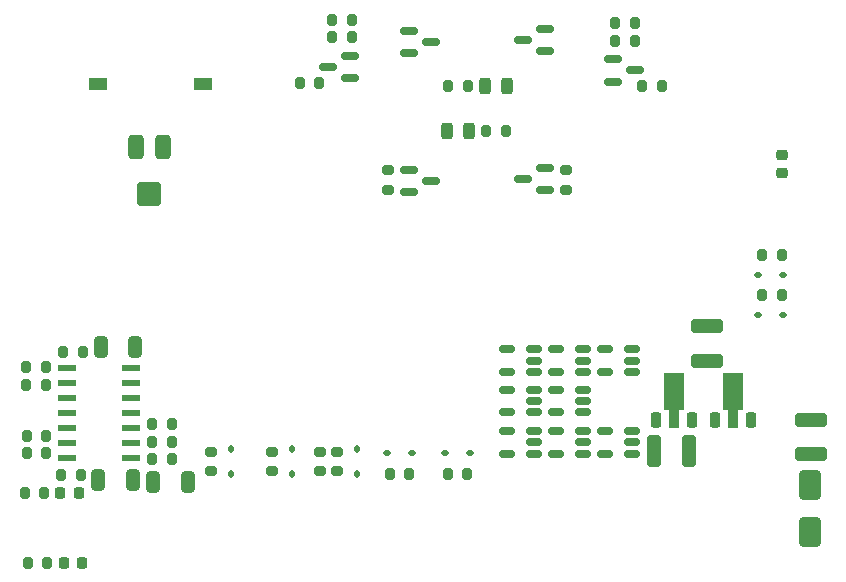
<source format=gtp>
%TF.GenerationSoftware,KiCad,Pcbnew,9.0.2*%
%TF.CreationDate,2025-06-08T07:26:57-06:00*%
%TF.ProjectId,Pico_H-bridge_complete,5069636f-5f48-42d6-9272-696467655f63,rev?*%
%TF.SameCoordinates,Original*%
%TF.FileFunction,Paste,Top*%
%TF.FilePolarity,Positive*%
%FSLAX46Y46*%
G04 Gerber Fmt 4.6, Leading zero omitted, Abs format (unit mm)*
G04 Created by KiCad (PCBNEW 9.0.2) date 2025-06-08 07:26:57*
%MOMM*%
%LPD*%
G01*
G04 APERTURE LIST*
G04 Aperture macros list*
%AMRoundRect*
0 Rectangle with rounded corners*
0 $1 Rounding radius*
0 $2 $3 $4 $5 $6 $7 $8 $9 X,Y pos of 4 corners*
0 Add a 4 corners polygon primitive as box body*
4,1,4,$2,$3,$4,$5,$6,$7,$8,$9,$2,$3,0*
0 Add four circle primitives for the rounded corners*
1,1,$1+$1,$2,$3*
1,1,$1+$1,$4,$5*
1,1,$1+$1,$6,$7*
1,1,$1+$1,$8,$9*
0 Add four rect primitives between the rounded corners*
20,1,$1+$1,$2,$3,$4,$5,0*
20,1,$1+$1,$4,$5,$6,$7,0*
20,1,$1+$1,$6,$7,$8,$9,0*
20,1,$1+$1,$8,$9,$2,$3,0*%
%AMFreePoly0*
4,1,9,3.862500,-0.866500,0.737500,-0.866500,0.737500,-0.450000,-0.737500,-0.450000,-0.737500,0.450000,0.737500,0.450000,0.737500,0.866500,3.862500,0.866500,3.862500,-0.866500,3.862500,-0.866500,$1*%
G04 Aperture macros list end*
%ADD10RoundRect,0.150000X-0.587500X-0.150000X0.587500X-0.150000X0.587500X0.150000X-0.587500X0.150000X0*%
%ADD11RoundRect,0.250000X1.100000X-0.325000X1.100000X0.325000X-1.100000X0.325000X-1.100000X-0.325000X0*%
%ADD12RoundRect,0.200000X0.200000X0.275000X-0.200000X0.275000X-0.200000X-0.275000X0.200000X-0.275000X0*%
%ADD13RoundRect,0.200000X-0.200000X-0.275000X0.200000X-0.275000X0.200000X0.275000X-0.200000X0.275000X0*%
%ADD14RoundRect,0.112500X-0.187500X-0.112500X0.187500X-0.112500X0.187500X0.112500X-0.187500X0.112500X0*%
%ADD15RoundRect,0.200000X0.275000X-0.200000X0.275000X0.200000X-0.275000X0.200000X-0.275000X-0.200000X0*%
%ADD16RoundRect,0.225000X-0.250000X0.225000X-0.250000X-0.225000X0.250000X-0.225000X0.250000X0.225000X0*%
%ADD17RoundRect,0.250000X-0.325000X-1.100000X0.325000X-1.100000X0.325000X1.100000X-0.325000X1.100000X0*%
%ADD18RoundRect,0.225000X0.225000X-0.425000X0.225000X0.425000X-0.225000X0.425000X-0.225000X-0.425000X0*%
%ADD19FreePoly0,90.000000*%
%ADD20RoundRect,0.150000X0.587500X0.150000X-0.587500X0.150000X-0.587500X-0.150000X0.587500X-0.150000X0*%
%ADD21RoundRect,0.218750X0.218750X0.256250X-0.218750X0.256250X-0.218750X-0.256250X0.218750X-0.256250X0*%
%ADD22RoundRect,0.112500X-0.112500X0.187500X-0.112500X-0.187500X0.112500X-0.187500X0.112500X0.187500X0*%
%ADD23RoundRect,0.150000X0.512500X0.150000X-0.512500X0.150000X-0.512500X-0.150000X0.512500X-0.150000X0*%
%ADD24RoundRect,0.200000X-0.275000X0.200000X-0.275000X-0.200000X0.275000X-0.200000X0.275000X0.200000X0*%
%ADD25RoundRect,0.250000X-0.325000X-0.650000X0.325000X-0.650000X0.325000X0.650000X-0.325000X0.650000X0*%
%ADD26RoundRect,0.243750X0.243750X0.456250X-0.243750X0.456250X-0.243750X-0.456250X0.243750X-0.456250X0*%
%ADD27R,1.550000X0.600000*%
%ADD28R,1.500000X1.100000*%
%ADD29RoundRect,0.250000X-0.400000X-0.750000X0.400000X-0.750000X0.400000X0.750000X-0.400000X0.750000X0*%
%ADD30RoundRect,0.250000X-0.750000X-0.750000X0.750000X-0.750000X0.750000X0.750000X-0.750000X0.750000X0*%
%ADD31RoundRect,0.250000X-0.650000X1.000000X-0.650000X-1.000000X0.650000X-1.000000X0.650000X1.000000X0*%
%ADD32RoundRect,0.243750X-0.243750X-0.456250X0.243750X-0.456250X0.243750X0.456250X-0.243750X0.456250X0*%
G04 APERTURE END LIST*
D10*
%TO.C,Q6*%
X161882500Y-72060000D03*
X161882500Y-73960000D03*
X163757500Y-73010000D03*
%TD*%
D11*
%TO.C,C4*%
X178625000Y-105525000D03*
X178625000Y-102575000D03*
%TD*%
D12*
%TO.C,R5*%
X176165000Y-92000000D03*
X174515000Y-92000000D03*
%TD*%
%TO.C,R4*%
X144642500Y-107147500D03*
X142992500Y-107147500D03*
%TD*%
D13*
%TO.C,R2*%
X112105000Y-108778400D03*
X113755000Y-108778400D03*
%TD*%
D14*
%TO.C,D16*%
X174170000Y-90300000D03*
X176270000Y-90300000D03*
%TD*%
D13*
%TO.C,R31*%
X135395000Y-74100000D03*
X137045000Y-74100000D03*
%TD*%
D15*
%TO.C,R24*%
X137050000Y-106940000D03*
X137050000Y-105290000D03*
%TD*%
D13*
%TO.C,R27*%
X164395000Y-74300000D03*
X166045000Y-74300000D03*
%TD*%
%TO.C,R12*%
X112235000Y-98145000D03*
X113885000Y-98145000D03*
%TD*%
D15*
%TO.C,R8*%
X127830000Y-106940000D03*
X127830000Y-105290000D03*
%TD*%
D16*
%TO.C,C5*%
X176245000Y-80155000D03*
X176245000Y-81705000D03*
%TD*%
D17*
%TO.C,C12*%
X165345000Y-105200000D03*
X168295000Y-105200000D03*
%TD*%
D10*
%TO.C,Q3*%
X144617500Y-69660000D03*
X144617500Y-71560000D03*
X146492500Y-70610000D03*
%TD*%
D18*
%TO.C,U7*%
X165565000Y-102625000D03*
D19*
X167065000Y-102537500D03*
D18*
X168565000Y-102625000D03*
%TD*%
D20*
%TO.C,Q5*%
X139657500Y-73660000D03*
X139657500Y-71760000D03*
X137782500Y-72710000D03*
%TD*%
D14*
%TO.C,D12*%
X147710000Y-105437500D03*
X149810000Y-105437500D03*
%TD*%
D10*
%TO.C,Q1*%
X144617500Y-81435000D03*
X144617500Y-83335000D03*
X146492500Y-82385000D03*
%TD*%
D21*
%TO.C,D1*%
X116971500Y-114674000D03*
X115396500Y-114674000D03*
%TD*%
D12*
%TO.C,R16*%
X113915000Y-105435000D03*
X112265000Y-105435000D03*
%TD*%
D13*
%TO.C,R17*%
X122885000Y-105950000D03*
X124535000Y-105950000D03*
%TD*%
D22*
%TO.C,D14*%
X134740000Y-105087500D03*
X134740000Y-107187500D03*
%TD*%
D13*
%TO.C,R19*%
X122895000Y-102965000D03*
X124545000Y-102965000D03*
%TD*%
D18*
%TO.C,U6*%
X170565000Y-102625000D03*
D19*
X172065000Y-102537500D03*
D18*
X173565000Y-102625000D03*
%TD*%
D12*
%TO.C,R7*%
X149600000Y-74350000D03*
X147950000Y-74350000D03*
%TD*%
D23*
%TO.C,U2*%
X155212500Y-105455000D03*
X155212500Y-104505000D03*
X155212500Y-103555000D03*
X152937500Y-103555000D03*
X152937500Y-105455000D03*
%TD*%
D24*
%TO.C,R35*%
X142852600Y-81472500D03*
X142852600Y-83122500D03*
%TD*%
D11*
%TO.C,C8*%
X169820000Y-97570000D03*
X169820000Y-94620000D03*
%TD*%
D20*
%TO.C,Q4*%
X156142500Y-71385000D03*
X156142500Y-69485000D03*
X154267500Y-70435000D03*
%TD*%
D12*
%TO.C,R13*%
X113875000Y-99625000D03*
X112225000Y-99625000D03*
%TD*%
D23*
%TO.C,U9*%
X163517500Y-98520000D03*
X163517500Y-97570000D03*
X163517500Y-96620000D03*
X161242500Y-96620000D03*
X161242500Y-98520000D03*
%TD*%
D12*
%TO.C,R3*%
X176165000Y-88600000D03*
X174515000Y-88600000D03*
%TD*%
D21*
%TO.C,D2*%
X116687500Y-108800000D03*
X115112500Y-108800000D03*
%TD*%
D25*
%TO.C,C2*%
X118335000Y-107650000D03*
X121285000Y-107650000D03*
%TD*%
D15*
%TO.C,R10*%
X133040000Y-106940000D03*
X133040000Y-105290000D03*
%TD*%
D23*
%TO.C,U13*%
X159352500Y-105455000D03*
X159352500Y-104505000D03*
X159352500Y-103555000D03*
X157077500Y-103555000D03*
X157077500Y-105455000D03*
%TD*%
D15*
%TO.C,R37*%
X157927000Y-83122500D03*
X157927000Y-81472500D03*
%TD*%
D26*
%TO.C,D3*%
X149732500Y-78120000D03*
X147857500Y-78120000D03*
%TD*%
D13*
%TO.C,R1*%
X112369000Y-114674000D03*
X114019000Y-114674000D03*
%TD*%
D22*
%TO.C,D11*%
X140220000Y-105087500D03*
X140220000Y-107187500D03*
%TD*%
D20*
%TO.C,Q2*%
X156142500Y-83160000D03*
X156142500Y-81260000D03*
X154267500Y-82210000D03*
%TD*%
D14*
%TO.C,D17*%
X174170000Y-93700000D03*
X176270000Y-93700000D03*
%TD*%
D25*
%TO.C,C1*%
X118515000Y-96390000D03*
X121465000Y-96390000D03*
%TD*%
D23*
%TO.C,U8*%
X163517500Y-105455000D03*
X163517500Y-104505000D03*
X163517500Y-103555000D03*
X161242500Y-103555000D03*
X161242500Y-105455000D03*
%TD*%
D25*
%TO.C,C3*%
X122975000Y-107850000D03*
X125925000Y-107850000D03*
%TD*%
D27*
%TO.C,U5*%
X115705000Y-98205000D03*
X115705000Y-99475000D03*
X115705000Y-100745000D03*
X115705000Y-102015000D03*
X115705000Y-103285000D03*
X115705000Y-104555000D03*
X115705000Y-105825000D03*
X121105000Y-105825000D03*
X121105000Y-104555000D03*
X121105000Y-103285000D03*
X121105000Y-102015000D03*
X121105000Y-100745000D03*
X121105000Y-99475000D03*
X121105000Y-98205000D03*
%TD*%
D23*
%TO.C,U4*%
X159352500Y-101945000D03*
X159352500Y-100995000D03*
X159352500Y-100045000D03*
X157077500Y-100045000D03*
X157077500Y-101945000D03*
%TD*%
D12*
%TO.C,R18*%
X124545000Y-104450000D03*
X122895000Y-104450000D03*
%TD*%
D28*
%TO.C,SW1*%
X127170000Y-74170000D03*
X118270000Y-74170000D03*
%TD*%
D23*
%TO.C,U12*%
X159365000Y-98520000D03*
X159365000Y-97570000D03*
X159365000Y-96620000D03*
X157090000Y-96620000D03*
X157090000Y-98520000D03*
%TD*%
D13*
%TO.C,R30*%
X138145000Y-68700000D03*
X139795000Y-68700000D03*
%TD*%
D29*
%TO.C,RV1*%
X123770000Y-79475000D03*
D30*
X122620000Y-83475000D03*
D29*
X121470000Y-79475000D03*
%TD*%
D13*
%TO.C,R14*%
X115195000Y-107230000D03*
X116845000Y-107230000D03*
%TD*%
%TO.C,R15*%
X112255000Y-103955000D03*
X113905000Y-103955000D03*
%TD*%
D22*
%TO.C,D15*%
X129540000Y-105087500D03*
X129540000Y-107187500D03*
%TD*%
D24*
%TO.C,R25*%
X138510000Y-105290000D03*
X138510000Y-106940000D03*
%TD*%
D31*
%TO.C,D5*%
X178570000Y-108100000D03*
X178570000Y-112100000D03*
%TD*%
D23*
%TO.C,U10*%
X155212500Y-101945000D03*
X155212500Y-100995000D03*
X155212500Y-100045000D03*
X152937500Y-100045000D03*
X152937500Y-101945000D03*
%TD*%
D13*
%TO.C,R28*%
X162095000Y-69000000D03*
X163745000Y-69000000D03*
%TD*%
D23*
%TO.C,U3*%
X155212500Y-98520000D03*
X155212500Y-97570000D03*
X155212500Y-96620000D03*
X152937500Y-96620000D03*
X152937500Y-98520000D03*
%TD*%
D13*
%TO.C,R11*%
X115335000Y-96810000D03*
X116985000Y-96810000D03*
%TD*%
D14*
%TO.C,D13*%
X142790000Y-105437500D03*
X144890000Y-105437500D03*
%TD*%
D32*
%TO.C,D4*%
X151082500Y-74350000D03*
X152957500Y-74350000D03*
%TD*%
D12*
%TO.C,R6*%
X149562500Y-107167500D03*
X147912500Y-107167500D03*
%TD*%
D13*
%TO.C,R29*%
X138145000Y-70200000D03*
X139795000Y-70200000D03*
%TD*%
%TO.C,R26*%
X162095000Y-70500000D03*
X163745000Y-70500000D03*
%TD*%
%TO.C,R9*%
X151150000Y-78120000D03*
X152800000Y-78120000D03*
%TD*%
M02*

</source>
